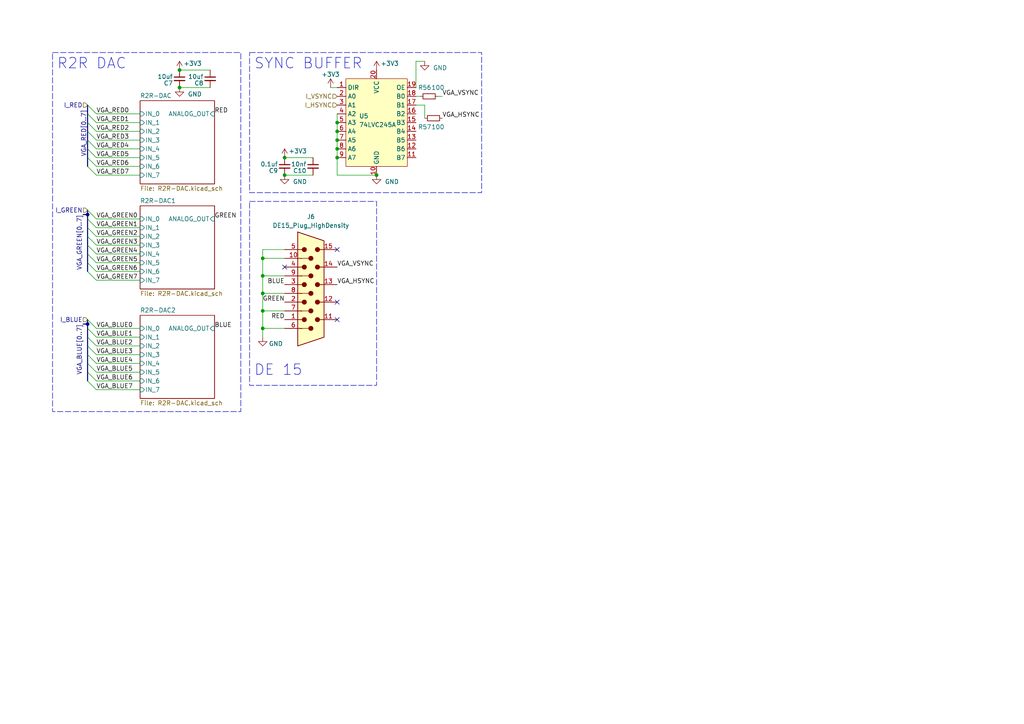
<source format=kicad_sch>
(kicad_sch (version 20230121) (generator eeschema)
  (paper "A4")
  (lib_symbols
    (symbol "Connector:DE15_Plug_HighDensity" (pin_names (offset 1.016) hide)
      (property "Reference" "J" (at 0 21.59 0))
      (property "Value" "DE15_Plug_HighDensity" (at 0 19.05 0))
      (symbol "DE15_Plug_HighDensity_0_1"
        (circle (center -1.905 -7.62) (radius 0.635) (fill (type outline)))
        (circle (center -1.905 -2.54) (radius 0.635) (fill (type outline)))
        (circle (center -1.905 2.54) (radius 0.635) (fill (type outline)))
        (circle (center -1.905 7.62) (radius 0.635) (fill (type outline)))
        (circle (center -1.905 12.7) (radius 0.635) (fill (type outline)))
        (circle (center 0 -10.16) (radius 0.635) (fill (type outline)))
        (circle (center 0 -5.08) (radius 0.635) (fill (type outline)))
        (polyline (pts (xy -3.175 -5.08) (xy -0.635 -5.08)))
        (polyline (pts (xy -0.635 -10.16) (xy -3.175 -10.16)))
        (polyline (pts (xy -0.635 0) (xy -3.175 0)))
        (polyline (pts (xy -0.635 5.08) (xy -3.175 5.08)))
        (polyline (pts (xy -0.635 10.16) (xy -3.175 10.16)))
        (polyline (pts (xy -3.81 17.78) (xy -3.81 -15.24) (xy 3.81 -12.7) (xy 3.81 15.24) (xy -3.81 17.78)) (stroke (width 0.254)) (fill (type background)))
        (circle (center 0 0) (radius 0.635) (fill (type outline)))
        (circle (center 0 5.08) (radius 0.635) (fill (type outline)))
        (circle (center 0 10.16) (radius 0.635) (fill (type outline)))
        (circle (center 1.905 -7.62) (radius 0.635) (fill (type outline)))
        (circle (center 1.905 -2.54) (radius 0.635) (fill (type outline)))
        (circle (center 1.905 2.54) (radius 0.635) (fill (type outline)))
        (circle (center 1.905 7.62) (radius 0.635) (fill (type outline)))
        (circle (center 1.905 12.7) (radius 0.635) (fill (type outline)))
      )
      (symbol "DE15_Plug_HighDensity_1_1"
        (pin passive line (at -7.62 -7.62 0) (length 5.08) (name "~") (number "1"))
        (pin passive line (at -7.62 10.16 0) (length 5.08) (name "~") (number "10"))
        (pin passive line (at 7.62 -7.62 180) (length 5.08) (name "~") (number "11"))
        (pin passive line (at 7.62 -2.54 180) (length 5.08) (name "~") (number "12"))
        (pin passive line (at 7.62 2.54 180) (length 5.08) (name "~") (number "13"))
        (pin passive line (at 7.62 7.62 180) (length 5.08) (name "~") (number "14"))
        (pin passive line (at 7.62 12.7 180) (length 5.08) (name "~") (number "15"))
        (pin passive line (at -7.62 -2.54 0) (length 5.08) (name "~") (number "2"))
        (pin passive line (at -7.62 2.54 0) (length 5.08) (name "~") (number "3"))
        (pin passive line (at -7.62 7.62 0) (length 5.08) (name "~") (number "4"))
        (pin passive line (at -7.62 12.7 0) (length 5.08) (name "~") (number "5"))
        (pin passive line (at -7.62 -10.16 0) (length 5.08) (name "~") (number "6"))
        (pin passive line (at -7.62 -5.08 0) (length 5.08) (name "~") (number "7"))
        (pin passive line (at -7.62 0 0) (length 5.08) (name "~") (number "8"))
        (pin passive line (at -7.62 5.08 0) (length 5.08) (name "~") (number "9"))
      )
    )
    (symbol "Device:C_Small" (pin_numbers hide) (pin_names (offset 0.254) hide)
      (property "Reference" "C" (at 0.254 1.778 0))
      (property "Value" "C_Small" (at 0.254 -2.032 0))
      (symbol "C_Small_0_1"
        (polyline (pts (xy -1.524 -0.508) (xy 1.524 -0.508)) (stroke (width 0.3302)))
        (polyline (pts (xy -1.524 0.508) (xy 1.524 0.508)) (stroke (width 0.3048)))
      )
      (symbol "C_Small_1_1"
        (pin passive line (at 0 2.54 270) (length 2.032) (name "~") (number "1"))
        (pin passive line (at 0 -2.54 90) (length 2.032) (name "~") (number "2"))
      )
    )
    (symbol "Device:R_Small" (pin_numbers hide) (pin_names (offset 0.254) hide)
      (property "Reference" "R" (at 0.762 0.508 0))
      (property "Value" "R_Small" (at 0.762 -1.016 0))
      (symbol "R_Small_0_1"
        (rectangle (start -0.762 1.778) (end 0.762 -1.778) (stroke (width 0.2032)))
      )
      (symbol "R_Small_1_1"
        (pin passive line (at 0 2.54 270) (length 0.762) (name "~") (number "1"))
        (pin passive line (at 0 -2.54 90) (length 0.762) (name "~") (number "2"))
      )
    )
    (symbol "New_Library:74LVC245A"
      (property "Reference" "U" (at 0 1.27 0))
      (property "Value" "74LVC245A" (at 0 -2.54 0))
      (symbol "74LVC245A_1_0"
        (pin input line (at 11.43 5.08 180) (length 2.54) (name "B1") (number "17"))
        (pin input line (at -11.43 5.08 0) (length 2.54) (name "A1") (number "3"))
      )
      (symbol "74LVC245A_1_1"
        (rectangle (start -8.89 12.7) (end 8.89 -12.7) (fill (type background)))
        (pin input line (at -11.43 10.16 0) (length 2.54) (name "DIR") (number "1"))
        (pin input line (at 0 -15.24 90) (length 2.54) (name "GND") (number "10"))
        (pin input line (at 11.43 -10.16 180) (length 2.54) (name "B7") (number "11"))
        (pin input line (at 11.43 -7.62 180) (length 2.54) (name "B6") (number "12"))
        (pin input line (at 11.43 -5.08 180) (length 2.54) (name "B5") (number "13"))
        (pin input line (at 11.43 -2.54 180) (length 2.54) (name "B4") (number "14"))
        (pin input line (at 11.43 0 180) (length 2.54) (name "B3") (number "15"))
        (pin input line (at 11.43 2.54 180) (length 2.54) (name "B2") (number "16"))
        (pin input line (at 11.43 7.62 180) (length 2.54) (name "B0") (number "18"))
        (pin input line (at 11.43 10.16 180) (length 2.54) (name "OE") (number "19"))
        (pin input line (at -11.43 7.62 0) (length 2.54) (name "A0") (number "2"))
        (pin input line (at 0 15.24 270) (length 2.54) (name "VCC") (number "20"))
        (pin input line (at -11.43 2.54 0) (length 2.54) (name "A2") (number "4"))
        (pin input line (at -11.43 0 0) (length 2.54) (name "A3") (number "5"))
        (pin input line (at -11.43 -2.54 0) (length 2.54) (name "A4") (number "6"))
        (pin input line (at -11.43 -5.08 0) (length 2.54) (name "A5") (number "7"))
        (pin input line (at -11.43 -7.62 0) (length 2.54) (name "A6") (number "8"))
        (pin input line (at -11.43 -10.16 0) (length 2.54) (name "A7") (number "9"))
      )
    )
    (symbol "power:+3V3" (power) (pin_names (offset 0))
      (property "Value" "+3V3" (at 0 3.556 0))
      (symbol "+3V3_0_1"
        (polyline (pts (xy -0.762 1.27) (xy 0 2.54)))
        (polyline (pts (xy 0 0) (xy 0 2.54)))
        (polyline (pts (xy 0 2.54) (xy 0.762 1.27)))
      )
      (symbol "+3V3_1_1"
        (pin power_in line (at 0 0 90) (length 0) hide (name "+3V3") (number "1"))
      )
    )
    (symbol "power:GND" (power) (pin_names (offset 0))
      (property "Value" "GND" (at 0 -3.81 0))
      (symbol "GND_0_1"
        (polyline (pts (xy 0 0) (xy 0 -1.27) (xy 1.27 -1.27) (xy 0 -2.54) (xy -1.27 -1.27) (xy 0 -1.27)))
      )
      (symbol "GND_1_1"
        (pin power_in line (at 0 0 270) (length 0) hide (name "GND") (number "1"))
      )
    )
  )
  (junction (at 52.07 20.32))
  (junction (at 76.2 95.25))
  (junction (at 52.07 25.4))
  (junction (at 97.79 40.64))
  (junction (at 109.22 50.8))
  (junction (at 82.55 45.72))
  (junction (at 25.4 93.98))
  (junction (at 82.55 50.8))
  (junction (at 76.2 90.17))
  (junction (at 76.2 80.01))
  (junction (at 97.79 38.1))
  (junction (at 97.79 45.72))
  (junction (at 97.79 35.56))
  (junction (at 25.4 62.23))
  (junction (at 76.2 85.09))
  (junction (at 76.2 74.93))
  (junction (at 97.79 43.18))
  (no_connect (at 82.55 77.47))
  (no_connect (at 97.79 72.39))
  (no_connect (at 97.79 92.71))
  (no_connect (at 97.79 87.63))
  (bus_entry (at 25.4 78.74) (size 2.54 2.54))
  (bus_entry (at 25.4 48.26) (size 2.54 2.54))
  (bus_entry (at 25.4 76.2) (size 2.54 2.54))
  (bus_entry (at 25.4 43.18) (size 2.54 2.54))
  (bus_entry (at 25.4 92.71) (size 2.54 2.54))
  (bus_entry (at 25.4 66.04) (size 2.54 2.54))
  (bus_entry (at 25.4 105.41) (size 2.54 2.54))
  (bus_entry (at 25.4 45.72) (size 2.54 2.54))
  (bus_entry (at 25.4 100.33) (size 2.54 2.54))
  (bus_entry (at 25.4 107.95) (size 2.54 2.54))
  (bus_entry (at 25.4 102.87) (size 2.54 2.54))
  (bus_entry (at 25.4 30.48) (size 2.54 2.54))
  (bus_entry (at 25.4 60.96) (size 2.54 2.54))
  (bus_entry (at 25.4 33.02) (size 2.54 2.54))
  (bus_entry (at 25.4 35.56) (size 2.54 2.54))
  (bus_entry (at 25.4 110.49) (size 2.54 2.54))
  (bus_entry (at 25.4 38.1) (size 2.54 2.54))
  (bus_entry (at 25.4 95.25) (size 2.54 2.54))
  (bus_entry (at 25.4 63.5) (size 2.54 2.54))
  (bus_entry (at 25.4 40.64) (size 2.54 2.54))
  (bus_entry (at 25.4 73.66) (size 2.54 2.54))
  (bus_entry (at 25.4 68.58) (size 2.54 2.54))
  (bus_entry (at 25.4 71.12) (size 2.54 2.54))
  (bus_entry (at 25.4 97.79) (size 2.54 2.54))
  (wire (pts (xy 97.79 43.18) (xy 97.79 45.72)))
  (bus (pts (xy 25.4 63.5) (xy 25.4 66.04)))
  (wire (pts (xy 27.94 76.2) (xy 40.64 76.2)))
  (bus (pts (xy 25.4 45.72) (xy 25.4 48.26)))
  (wire (pts (xy 123.19 30.48) (xy 120.65 30.48)))
  (wire (pts (xy 27.94 113.03) (xy 40.64 113.03)))
  (wire (pts (xy 27.94 43.18) (xy 40.64 43.18)))
  (wire (pts (xy 52.07 20.32) (xy 60.96 20.32)))
  (wire (pts (xy 76.2 85.09) (xy 76.2 90.17)))
  (wire (pts (xy 82.55 50.8) (xy 90.805 50.8)))
  (wire (pts (xy 27.94 78.74) (xy 40.64 78.74)))
  (bus (pts (xy 25.4 40.64) (xy 25.4 43.18)))
  (bus (pts (xy 25.4 76.2) (xy 25.4 78.74)))
  (wire (pts (xy 82.55 72.39) (xy 76.2 72.39)))
  (wire (pts (xy 27.94 38.1) (xy 40.64 38.1)))
  (wire (pts (xy 76.2 90.17) (xy 76.2 95.25)))
  (bus (pts (xy 25.4 97.79) (xy 25.4 100.33)))
  (bus (pts (xy 25.4 66.04) (xy 25.4 68.58)))
  (wire (pts (xy 27.94 45.72) (xy 40.64 45.72)))
  (wire (pts (xy 27.94 66.04) (xy 40.64 66.04)))
  (bus (pts (xy 25.4 105.41) (xy 25.4 107.95)))
  (wire (pts (xy 97.79 38.1) (xy 97.79 40.64)))
  (bus (pts (xy 25.4 92.71) (xy 25.4 93.98)))
  (wire (pts (xy 76.2 74.93) (xy 76.2 80.01)))
  (wire (pts (xy 123.19 34.29) (xy 123.19 30.48)))
  (wire (pts (xy 27.94 100.33) (xy 40.64 100.33)))
  (wire (pts (xy 120.65 27.94) (xy 121.92 27.94)))
  (wire (pts (xy 27.94 110.49) (xy 40.64 110.49)))
  (bus (pts (xy 25.4 43.18) (xy 25.4 45.72)))
  (wire (pts (xy 82.55 45.72) (xy 90.805 45.72)))
  (wire (pts (xy 27.94 50.8) (xy 40.64 50.8)))
  (wire (pts (xy 27.94 97.79) (xy 40.64 97.79)))
  (wire (pts (xy 27.94 48.26) (xy 40.64 48.26)))
  (bus (pts (xy 25.4 62.23) (xy 25.4 63.5)))
  (bus (pts (xy 24.13 93.98) (xy 25.4 93.98)))
  (wire (pts (xy 120.65 17.78) (xy 123.19 17.78)))
  (wire (pts (xy 27.94 71.12) (xy 40.64 71.12)))
  (wire (pts (xy 27.94 107.95) (xy 40.64 107.95)))
  (wire (pts (xy 120.65 17.78) (xy 120.65 25.4)))
  (bus (pts (xy 25.4 35.56) (xy 25.4 38.1)))
  (wire (pts (xy 76.2 85.09) (xy 82.55 85.09)))
  (bus (pts (xy 25.4 93.98) (xy 25.4 95.25)))
  (wire (pts (xy 27.94 63.5) (xy 40.64 63.5)))
  (bus (pts (xy 25.4 73.66) (xy 25.4 76.2)))
  (wire (pts (xy 27.94 102.87) (xy 40.64 102.87)))
  (wire (pts (xy 27.94 33.02) (xy 40.64 33.02)))
  (wire (pts (xy 97.79 40.64) (xy 97.79 43.18)))
  (wire (pts (xy 52.07 25.4) (xy 60.96 25.4)))
  (wire (pts (xy 27.94 105.41) (xy 40.64 105.41)))
  (bus (pts (xy 25.4 60.96) (xy 25.4 62.23)))
  (bus (pts (xy 25.4 102.87) (xy 25.4 105.41)))
  (wire (pts (xy 76.2 72.39) (xy 76.2 74.93)))
  (wire (pts (xy 76.2 74.93) (xy 82.55 74.93)))
  (wire (pts (xy 128.27 27.94) (xy 127 27.94)))
  (bus (pts (xy 25.4 33.02) (xy 25.4 35.56)))
  (wire (pts (xy 27.94 68.58) (xy 40.64 68.58)))
  (bus (pts (xy 25.4 100.33) (xy 25.4 102.87)))
  (wire (pts (xy 97.79 33.02) (xy 97.79 35.56)))
  (wire (pts (xy 95.885 25.4) (xy 97.79 25.4)))
  (bus (pts (xy 25.4 95.25) (xy 25.4 97.79)))
  (wire (pts (xy 76.2 95.25) (xy 76.2 97.79)))
  (wire (pts (xy 97.79 45.72) (xy 97.79 50.8)))
  (wire (pts (xy 97.79 50.8) (xy 109.22 50.8)))
  (bus (pts (xy 25.4 71.12) (xy 25.4 73.66)))
  (wire (pts (xy 27.94 81.28) (xy 40.64 81.28)))
  (bus (pts (xy 25.4 30.48) (xy 25.4 33.02)))
  (wire (pts (xy 97.79 35.56) (xy 97.79 38.1)))
  (wire (pts (xy 76.2 80.01) (xy 76.2 85.09)))
  (bus (pts (xy 25.4 68.58) (xy 25.4 71.12)))
  (wire (pts (xy 76.2 90.17) (xy 82.55 90.17)))
  (wire (pts (xy 27.94 95.25) (xy 40.64 95.25)))
  (wire (pts (xy 27.94 40.64) (xy 40.64 40.64)))
  (wire (pts (xy 82.55 95.25) (xy 76.2 95.25)))
  (wire (pts (xy 27.94 73.66) (xy 40.64 73.66)))
  (wire (pts (xy 27.94 35.56) (xy 40.64 35.56)))
  (bus (pts (xy 25.4 38.1) (xy 25.4 40.64)))
  (wire (pts (xy 76.2 80.01) (xy 82.55 80.01)))
  (bus (pts (xy 25.4 107.95) (xy 25.4 110.49)))
  (bus (pts (xy 24.13 62.23) (xy 25.4 62.23)))
  (rectangle (start 72.39 58.42) (end 109.22 111.76) (stroke (width 0) (type dash)))
  (rectangle (start 72.39 15.24) (end 139.7 55.88) (stroke (width 0) (type dash)))
  (rectangle (start 15.24 15.24) (end 69.85 119.38) (stroke (width 0) (type dash)))
  (text "SYNC BUFFER" (at 73.66 20.32 0) (effects (font (size 3.048 3.048)) (justify left bottom)))
  (text "DE 15" (at 73.66 109.22 0) (effects (font (size 3.048 3.048)) (justify left bottom)))
  (text "R2R DAC" (at 16.51 20.32 0) (effects (font (size 3.048 3.048)) (justify left bottom)))
  (label "VGA_GREEN3" (at 27.94 71.12 0))
  (label "VGA_GREEN[0..7]" (at 24.13 62.23 270))
  (label "GREEN" (at 82.55 87.63 180))
  (label "VGA_BLUE7" (at 27.94 113.03 0))
  (label "VGA_RED[0..7]" (at 25.4 31.75 270))
  (label "VGA_RED4" (at 27.94 43.18 0))
  (label "VGA_GREEN7" (at 27.94 81.28 0))
  (label "VGA_GREEN4" (at 27.94 73.66 0))
  (label "VGA_GREEN1" (at 27.94 66.04 0))
  (label "VGA_RED7" (at 27.94 50.8 0))
  (label "VGA_BLUE5" (at 27.94 107.95 0))
  (label "VGA_GREEN6" (at 27.94 78.74 0))
  (label "VGA_GREEN0" (at 27.94 63.5 0))
  (label "BLUE" (at 82.55 82.55 180))
  (label "VGA_BLUE3" (at 27.94 102.87 0))
  (label "VGA_BLUE1" (at 27.94 97.79 0))
  (label "VGA_HSYNC" (at 128.27 34.29 0))
  (label "GREEN" (at 62.23 63.5 0))
  (label "VGA_RED3" (at 27.94 40.64 0))
  (label "VGA_RED0" (at 27.94 33.02 0))
  (label "VGA_RED2" (at 27.94 38.1 0))
  (label "VGA_BLUE0" (at 27.94 95.25 0))
  (label "RED" (at 82.55 92.71 180))
  (label "BLUE" (at 62.23 95.25 0))
  (label "VGA_RED1" (at 27.94 35.56 0))
  (label "VGA_GREEN2" (at 27.94 68.58 0))
  (label "VGA_BLUE[0..7]" (at 24.13 93.98 270))
  (label "VGA_RED6" (at 27.94 48.26 0))
  (label "VGA_BLUE6" (at 27.94 110.49 0))
  (label "RED" (at 62.23 33.02 0))
  (label "VGA_VSYNC" (at 97.79 77.47 0))
  (label "VGA_BLUE4" (at 27.94 105.41 0))
  (label "VGA_BLUE2" (at 27.94 100.33 0))
  (label "VGA_RED5" (at 27.94 45.72 0))
  (label "VGA_VSYNC" (at 128.27 27.94 0))
  (label "VGA_HSYNC" (at 97.79 82.55 0))
  (label "VGA_GREEN5" (at 27.94 76.2 0))
  (hierarchical_label "I_VSYNC" (shape input) (at 97.79 27.94 180))
  (hierarchical_label "I_GREEN" (shape input) (at 25.4 60.96 180))
  (hierarchical_label "I_BLUE" (shape input) (at 25.4 92.71 180))
  (hierarchical_label "I_HSYNC" (shape input) (at 97.79 30.48 180))
  (hierarchical_label "I_RED" (shape input) (at 25.4 30.48 180))
  (symbol (lib_id "power:+3V3") (at 82.55 45.72 0) (unit 1)
    (property "Reference" "#PWR05" (effects hide))
    (property "Value" "+3V3" (at 86.36 43.815 0))
  )
  (symbol (lib_id "Device:R_Small") (at 124.46 27.94 90) (unit 1)
    (property "Reference" "R56" (at 123.19 25.4 90))
    (property "Value" "100" (at 127 25.4 90))
    (property "Footprint" "Resistor_SMD:R_0603_1608Metric" (effects hide))
  )
  (symbol (lib_id "New_Library:74LVC245A") (at 109.22 35.56 0) (unit 1)
    (property "Reference" "U5" (at 104.14 33.655 0) (effects (justify left)))
    (property "Value" "74LVC245A" (at 104.14 36.195 0) (effects (justify left)))
    (property "Footprint" "Package_SO:TSSOP-20_4.4x6.5mm_P0.65mm" (effects hide))
  )
  (symbol (lib_id "Device:C_Small") (at 60.96 22.86 0) (unit 1)
    (property "Reference" "C8" (at 59.055 24.13 0) (effects (justify right)))
    (property "Value" "10uf" (at 59.055 22.225 0) (effects (justify right)))
    (property "Footprint" "Capacitor_SMD:C_0805_2012Metric" (effects hide))
  )
  (symbol (lib_id "power:GND") (at 123.19 17.78 0) (unit 1)
    (property "Reference" "#PWR038" (effects hide))
    (property "Value" "GND" (at 127.635 19.685 0))
  )
  (symbol (lib_id "power:GND") (at 82.55 50.8 0) (unit 1)
    (property "Reference" "#PWR034" (effects hide))
    (property "Value" "GND" (at 86.995 52.705 0))
  )
  (symbol (lib_id "Device:R_Small") (at 125.73 34.29 90) (mirror x) (unit 1)
    (property "Reference" "R57" (at 123.19 36.83 90))
    (property "Value" "100" (at 127 36.83 90))
    (property "Footprint" "Resistor_SMD:R_0603_1608Metric" (effects hide))
  )
  (symbol (lib_id "power:GND") (at 109.22 50.8 0) (unit 1)
    (property "Reference" "#PWR037" (effects hide))
    (property "Value" "GND" (at 113.665 52.705 0))
  )
  (symbol (lib_id "Connector:DE15_Plug_HighDensity") (at 90.17 85.09 0) (unit 1)
    (property "Reference" "J6" (at 90.17 62.865 0))
    (property "Value" "DE15_Plug_HighDensity" (at 90.17 65.405 0))
    (property "Footprint" "C711364:DSUB-TH_HYC06-HDR15B-060" (effects hide))
    (property "Datasheet" " ~" (effects hide))
  )
  (symbol (lib_id "Device:C_Small") (at 90.805 48.26 0) (unit 1)
    (property "Reference" "C10" (at 88.9 49.53 0) (effects (justify right)))
    (property "Value" "10nf" (at 88.9 47.625 0) (effects (justify right)))
    (property "Footprint" "Capacitor_SMD:C_0603_1608Metric" (effects hide))
  )
  (symbol (lib_id "power:GND") (at 76.2 97.79 0) (unit 1)
    (property "Reference" "#PWR039" (effects hide))
    (property "Value" "GND" (at 80.01 99.695 0))
  )
  (symbol (lib_id "power:+3V3") (at 52.07 20.32 0) (unit 1)
    (property "Reference" "#PWR032" (effects hide))
    (property "Value" "+3V3" (at 55.88 18.415 0))
  )
  (symbol (lib_id "Device:C_Small") (at 82.55 48.26 0) (unit 1)
    (property "Reference" "C9" (at 80.645 49.53 0) (effects (justify right)))
    (property "Value" "0.1uf" (at 80.645 47.625 0) (effects (justify right)))
    (property "Footprint" "Capacitor_SMD:C_0603_1608Metric" (effects hide))
  )
  (symbol (lib_id "Device:C_Small") (at 52.07 22.86 0) (unit 1)
    (property "Reference" "C7" (at 50.165 24.13 0) (effects (justify right)))
    (property "Value" "10uf" (at 50.165 22.225 0) (effects (justify right)))
    (property "Footprint" "Capacitor_SMD:C_0805_2012Metric" (effects hide))
  )
  (symbol (lib_id "power:+3V3") (at 95.885 25.4 0) (unit 1)
    (property "Reference" "#PWR035" (effects hide))
    (property "Value" "+3V3" (at 95.885 21.59 0))
  )
  (symbol (lib_id "power:+3V3") (at 109.22 20.32 0) (unit 1)
    (property "Reference" "#PWR036" (effects hide))
    (property "Value" "+3V3" (at 113.03 18.415 0))
  )
  (symbol (lib_id "power:GND") (at 52.07 25.4 0) (unit 1)
    (property "Reference" "#PWR033" (effects hide))
    (property "Value" "GND" (at 56.515 27.305 0))
  )
  (sheet (at 40.64 91.44) (size 21.59 24.13) (stroke (width 0.1524))
    (property "Sheetname" "R2R-DAC2" (at 40.64 90.7284 0) (effects (justify left bottom)))
    (property "Sheetfile" "R2R-DAC.kicad_sch" (at 40.64 116.1546 0) (effects (justify left top)))
    (pin "IN_0" input (at 40.64 95.25 180))
    (pin "IN_2" input (at 40.64 100.33 180))
    (pin "IN_1" input (at 40.64 97.79 180))
    (pin "IN_3" input (at 40.64 102.87 180))
    (pin "IN_4" input (at 40.64 105.41 180))
    (pin "IN_5" input (at 40.64 107.95 180))
    (pin "IN_6" input (at 40.64 110.49 180))
    (pin "IN_7" input (at 40.64 113.03 180))
    (pin "ANALOG_OUT" input (at 62.23 95.25 0))
  )
  (sheet (at 40.64 29.21) (size 21.59 24.13) (stroke (width 0.1524)) (fill (color 255 3 59 0.0000))
    (property "Sheetname" "R2R-DAC" (at 40.64 28.4984 0) (effects (justify left bottom)))
    (property "Sheetfile" "R2R-DAC.kicad_sch" (at 40.64 53.9246 0) (effects (justify left top)))
    (pin "IN_0" input (at 40.64 33.02 180))
    (pin "IN_2" input (at 40.64 38.1 180))
    (pin "IN_1" input (at 40.64 35.56 180))
    (pin "IN_3" input (at 40.64 40.64 180))
    (pin "IN_4" input (at 40.64 43.18 180))
    (pin "IN_5" input (at 40.64 45.72 180))
    (pin "IN_6" input (at 40.64 48.26 180))
    (pin "IN_7" input (at 40.64 50.8 180))
    (pin "ANALOG_OUT" input (at 62.23 33.02 0))
  )
  (sheet (at 40.64 59.69) (size 21.59 24.13) (stroke (width 0.1524))
    (property "Sheetname" "R2R-DAC1" (at 40.64 58.9784 0) (effects (justify left bottom)))
    (property "Sheetfile" "R2R-DAC.kicad_sch" (at 40.64 84.4046 0) (effects (justify left top)))
    (pin "IN_0" input (at 40.64 63.5 180))
    (pin "IN_2" input (at 40.64 68.58 180))
    (pin "IN_1" input (at 40.64 66.04 180))
    (pin "IN_3" input (at 40.64 71.12 180))
    (pin "IN_4" input (at 40.64 73.66 180))
    (pin "IN_5" input (at 40.64 76.2 180))
    (pin "IN_6" input (at 40.64 78.74 180))
    (pin "IN_7" input (at 40.64 81.28 180))
    (pin "ANALOG_OUT" input (at 62.23 63.5 0))
  )
)
</source>
